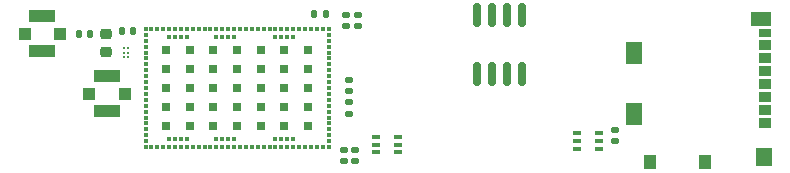
<source format=gbr>
G04 #@! TF.GenerationSoftware,KiCad,Pcbnew,(6.0.7)*
G04 #@! TF.CreationDate,2023-04-12T10:42:41+10:00*
G04 #@! TF.ProjectId,owts,6f777473-2e6b-4696-9361-645f70636258,1.1.0*
G04 #@! TF.SameCoordinates,Original*
G04 #@! TF.FileFunction,Paste,Bot*
G04 #@! TF.FilePolarity,Positive*
%FSLAX46Y46*%
G04 Gerber Fmt 4.6, Leading zero omitted, Abs format (unit mm)*
G04 Created by KiCad (PCBNEW (6.0.7)) date 2023-04-12 10:42:41*
%MOMM*%
%LPD*%
G01*
G04 APERTURE LIST*
G04 Aperture macros list*
%AMRoundRect*
0 Rectangle with rounded corners*
0 $1 Rounding radius*
0 $2 $3 $4 $5 $6 $7 $8 $9 X,Y pos of 4 corners*
0 Add a 4 corners polygon primitive as box body*
4,1,4,$2,$3,$4,$5,$6,$7,$8,$9,$2,$3,0*
0 Add four circle primitives for the rounded corners*
1,1,$1+$1,$2,$3*
1,1,$1+$1,$4,$5*
1,1,$1+$1,$6,$7*
1,1,$1+$1,$8,$9*
0 Add four rect primitives between the rounded corners*
20,1,$1+$1,$2,$3,$4,$5,0*
20,1,$1+$1,$4,$5,$6,$7,0*
20,1,$1+$1,$6,$7,$8,$9,0*
20,1,$1+$1,$8,$9,$2,$3,0*%
G04 Aperture macros list end*
%ADD10R,0.650000X0.400000*%
%ADD11R,0.250000X0.250000*%
%ADD12RoundRect,0.150000X0.150000X-0.825000X0.150000X0.825000X-0.150000X0.825000X-0.150000X-0.825000X0*%
%ADD13RoundRect,0.140000X-0.140000X-0.170000X0.140000X-0.170000X0.140000X0.170000X-0.140000X0.170000X0*%
%ADD14R,0.300000X0.300000*%
%ADD15R,0.800000X0.800000*%
%ADD16RoundRect,0.218750X-0.256250X0.218750X-0.256250X-0.218750X0.256250X-0.218750X0.256250X0.218750X0*%
%ADD17RoundRect,0.140000X0.170000X-0.140000X0.170000X0.140000X-0.170000X0.140000X-0.170000X-0.140000X0*%
%ADD18RoundRect,0.135000X0.135000X0.185000X-0.135000X0.185000X-0.135000X-0.185000X0.135000X-0.185000X0*%
%ADD19R,1.100000X0.850000*%
%ADD20R,1.100000X0.750000*%
%ADD21R,1.350000X1.900000*%
%ADD22R,1.800000X1.170000*%
%ADD23R,1.350000X1.550000*%
%ADD24R,1.000000X1.200000*%
%ADD25R,1.000000X1.000000*%
%ADD26R,2.200000X1.050000*%
%ADD27RoundRect,0.140000X-0.170000X0.140000X-0.170000X-0.140000X0.170000X-0.140000X0.170000X0.140000X0*%
G04 APERTURE END LIST*
D10*
X84650000Y-111350000D03*
X84650000Y-112000000D03*
X84650000Y-112650000D03*
X82750000Y-112650000D03*
X82750000Y-112000000D03*
X82750000Y-111350000D03*
X65700000Y-111650000D03*
X65700000Y-112300000D03*
X65700000Y-112950000D03*
X67600000Y-112950000D03*
X67600000Y-112300000D03*
X67600000Y-111650000D03*
D11*
X44778000Y-104100000D03*
X44778000Y-104500000D03*
X44778000Y-104900000D03*
X44378000Y-104900000D03*
X44378000Y-104500000D03*
X44378000Y-104100000D03*
D12*
X78105000Y-106275000D03*
X76835000Y-106275000D03*
X75565000Y-106275000D03*
X74295000Y-106275000D03*
X74295000Y-101325000D03*
X75565000Y-101325000D03*
X76835000Y-101325000D03*
X78105000Y-101325000D03*
D13*
X44198000Y-102700000D03*
X45158000Y-102700000D03*
D14*
X61728000Y-102500000D03*
X61728000Y-103000000D03*
X61728000Y-103500000D03*
X61728000Y-104000000D03*
X61728000Y-104500000D03*
X61728000Y-105000000D03*
X61728000Y-105500000D03*
X61728000Y-106000000D03*
X61728000Y-106500000D03*
X61728000Y-107000000D03*
X61728000Y-107500000D03*
X61728000Y-108000000D03*
X61728000Y-108500000D03*
X61728000Y-109000000D03*
X61728000Y-109500000D03*
X61728000Y-110000000D03*
X61728000Y-110500000D03*
X61728000Y-111000000D03*
X61728000Y-111500000D03*
X61728000Y-112000000D03*
X61728000Y-112500000D03*
X61228000Y-112500000D03*
X60728000Y-112500000D03*
X60228000Y-112500000D03*
X59728000Y-112500000D03*
X59228000Y-112500000D03*
X58728000Y-112500000D03*
X58228000Y-112500000D03*
X57728000Y-112500000D03*
X57228000Y-112500000D03*
X56728000Y-112500000D03*
X56228000Y-112500000D03*
X55728000Y-112500000D03*
X55228000Y-112500000D03*
X54728000Y-112500000D03*
X54228000Y-112500000D03*
X53728000Y-112500000D03*
X53228000Y-112500000D03*
X52728000Y-112500000D03*
X52228000Y-112500000D03*
X51728000Y-112500000D03*
X51228000Y-112500000D03*
X50728000Y-112500000D03*
X50228000Y-112500000D03*
X49728000Y-112500000D03*
X49228000Y-112500000D03*
X48728000Y-112500000D03*
X48228000Y-112500000D03*
X47728000Y-112500000D03*
X47228000Y-112500000D03*
X46728000Y-112500000D03*
X46228000Y-112500000D03*
X46228000Y-112000000D03*
X46228000Y-111500000D03*
X46228000Y-111000000D03*
X46228000Y-110500000D03*
X46228000Y-110000000D03*
X46228000Y-109500000D03*
X46228000Y-109000000D03*
X46228000Y-108500000D03*
X46228000Y-108000000D03*
X46228000Y-107500000D03*
X46228000Y-107000000D03*
X46228000Y-106500000D03*
X46228000Y-106000000D03*
X46228000Y-105500000D03*
X46228000Y-105000000D03*
X46228000Y-104500000D03*
X46228000Y-104000000D03*
X46228000Y-103500000D03*
X46228000Y-103000000D03*
X46228000Y-102500000D03*
X46728000Y-102500000D03*
X47228000Y-102500000D03*
X47728000Y-102500000D03*
X48228000Y-102500000D03*
X48728000Y-102500000D03*
X49228000Y-102500000D03*
X49728000Y-102500000D03*
X50228000Y-102500000D03*
X50728000Y-102500000D03*
X51228000Y-102500000D03*
X51728000Y-102500000D03*
X52228000Y-102500000D03*
X52728000Y-102500000D03*
X53228000Y-102500000D03*
X53728000Y-102500000D03*
X54228000Y-102500000D03*
X54728000Y-102500000D03*
X55228000Y-102500000D03*
X55728000Y-102500000D03*
X56228000Y-102500000D03*
X56728000Y-102500000D03*
X57228000Y-102500000D03*
X57728000Y-102500000D03*
X58228000Y-102500000D03*
X58728000Y-102500000D03*
X59228000Y-102500000D03*
X59728000Y-102500000D03*
X60228000Y-102500000D03*
X60728000Y-102500000D03*
X61228000Y-102500000D03*
D15*
X57978000Y-105900000D03*
X53978000Y-109100000D03*
X57978000Y-107500000D03*
X47978000Y-109100000D03*
X47978000Y-104300000D03*
X53978000Y-105900000D03*
X49978000Y-109100000D03*
X55978000Y-109100000D03*
X59978000Y-107500000D03*
X53978000Y-104300000D03*
X51978000Y-109100000D03*
X51978000Y-105900000D03*
X51978000Y-104300000D03*
X57978000Y-109100000D03*
X59978000Y-110700000D03*
X49978000Y-104300000D03*
X57978000Y-104300000D03*
X55978000Y-110700000D03*
X59978000Y-105900000D03*
X49978000Y-105900000D03*
X47978000Y-110700000D03*
X47978000Y-105900000D03*
X59978000Y-109100000D03*
X55978000Y-104300000D03*
X53978000Y-107500000D03*
X53978000Y-110700000D03*
X51978000Y-107500000D03*
X47978000Y-107500000D03*
X49978000Y-107500000D03*
X51978000Y-110700000D03*
X55978000Y-105900000D03*
X57978000Y-110700000D03*
X55978000Y-107500000D03*
X49978000Y-110700000D03*
X59978000Y-104300000D03*
D14*
X58728000Y-111850000D03*
X58228000Y-111850000D03*
X57728000Y-111850000D03*
X57228000Y-111850000D03*
X53728000Y-111850000D03*
X53228000Y-111850000D03*
X52728000Y-111850000D03*
X52228000Y-111850000D03*
X49728000Y-111850000D03*
X49228000Y-111850000D03*
X48728000Y-111850000D03*
X48228000Y-111850000D03*
X48228000Y-103150000D03*
X48728000Y-103150000D03*
X49228000Y-103150000D03*
X49728000Y-103150000D03*
X52228000Y-103150000D03*
X52728000Y-103150000D03*
X53228000Y-103150000D03*
X53728000Y-103150000D03*
X57228000Y-103150000D03*
X57728000Y-103150000D03*
X58228000Y-103150000D03*
X58728000Y-103150000D03*
D13*
X40598000Y-102911000D03*
X41558000Y-102911000D03*
D16*
X42878000Y-102885500D03*
X42878000Y-104460500D03*
D17*
X63000000Y-113680000D03*
X63000000Y-112720000D03*
D18*
X61510000Y-101275000D03*
X60490000Y-101275000D03*
D17*
X86000000Y-112005000D03*
X86000000Y-111045000D03*
X63975000Y-113680000D03*
X63975000Y-112720000D03*
D19*
X98700000Y-110470000D03*
X98700000Y-109370000D03*
X98700000Y-108270000D03*
X98700000Y-107170000D03*
X98700000Y-106070000D03*
X98700000Y-104970000D03*
X98700000Y-103870000D03*
D20*
X98700000Y-102820000D03*
D21*
X87600000Y-109685000D03*
D22*
X98350000Y-101620000D03*
D21*
X87600000Y-104565000D03*
D23*
X98575000Y-113360000D03*
D24*
X88900000Y-113745000D03*
X93600000Y-113745000D03*
D17*
X63200000Y-102280000D03*
X63200000Y-101320000D03*
D25*
X39002000Y-102911000D03*
D26*
X37502000Y-104386000D03*
X37502000Y-101436000D03*
D25*
X36002000Y-102911000D03*
D17*
X63478000Y-107785000D03*
X63478000Y-106825000D03*
D27*
X64200000Y-101320000D03*
X64200000Y-102280000D03*
D25*
X44478000Y-108000000D03*
X41478000Y-108000000D03*
D26*
X42978000Y-106525000D03*
X42978000Y-109475000D03*
D17*
X63478000Y-109660000D03*
X63478000Y-108700000D03*
M02*

</source>
